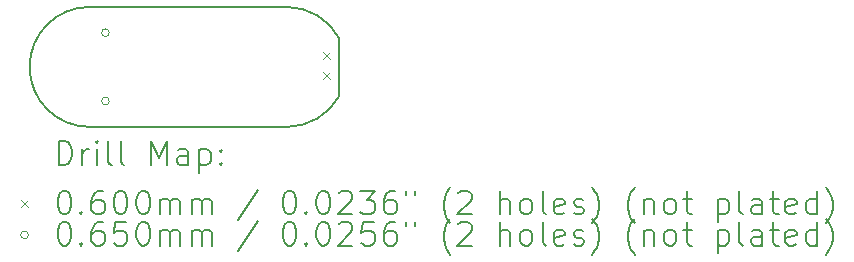
<source format=gbr>
%FSLAX45Y45*%
G04 Gerber Fmt 4.5, Leading zero omitted, Abs format (unit mm)*
G04 Created by KiCad (PCBNEW (6.0.5)) date 2022-09-22 00:28:23*
%MOMM*%
%LPD*%
G01*
G04 APERTURE LIST*
%TA.AperFunction,Profile*%
%ADD10C,0.203200*%
%TD*%
%ADD11C,0.200000*%
%ADD12C,0.060000*%
%ADD13C,0.065000*%
G04 APERTURE END LIST*
D10*
X401320Y508000D02*
G75*
G03*
X401320Y-508000I0J-508000D01*
G01*
X2516590Y238762D02*
G75*
G03*
X2069546Y508000I-447010J-236462D01*
G01*
X2516586Y238760D02*
X2516586Y-243840D01*
X401320Y-508000D02*
X2069546Y-508000D01*
X401320Y508000D02*
X2069546Y508000D01*
X2069546Y-507996D02*
G75*
G03*
X2516586Y-243840I54J510256D01*
G01*
D11*
D12*
X2377920Y123800D02*
X2437920Y63800D01*
X2437920Y123800D02*
X2377920Y63800D01*
X2377920Y-46200D02*
X2437920Y-106200D01*
X2437920Y-46200D02*
X2377920Y-106200D01*
D13*
X567320Y289000D02*
G75*
G03*
X567320Y289000I-32500J0D01*
G01*
X567320Y-289000D02*
G75*
G03*
X567320Y-289000I-32500J0D01*
G01*
D11*
X140779Y-828636D02*
X140779Y-628636D01*
X188398Y-628636D01*
X216969Y-638160D01*
X236017Y-657208D01*
X245541Y-676255D01*
X255065Y-714350D01*
X255065Y-742922D01*
X245541Y-781017D01*
X236017Y-800065D01*
X216969Y-819112D01*
X188398Y-828636D01*
X140779Y-828636D01*
X340779Y-828636D02*
X340779Y-695303D01*
X340779Y-733398D02*
X350303Y-714350D01*
X359827Y-704827D01*
X378874Y-695303D01*
X397922Y-695303D01*
X464588Y-828636D02*
X464588Y-695303D01*
X464588Y-628636D02*
X455065Y-638160D01*
X464588Y-647684D01*
X474112Y-638160D01*
X464588Y-628636D01*
X464588Y-647684D01*
X588398Y-828636D02*
X569350Y-819112D01*
X559827Y-800065D01*
X559827Y-628636D01*
X693160Y-828636D02*
X674112Y-819112D01*
X664589Y-800065D01*
X664589Y-628636D01*
X921731Y-828636D02*
X921731Y-628636D01*
X988398Y-771493D01*
X1055065Y-628636D01*
X1055065Y-828636D01*
X1236017Y-828636D02*
X1236017Y-723874D01*
X1226493Y-704827D01*
X1207446Y-695303D01*
X1169350Y-695303D01*
X1150303Y-704827D01*
X1236017Y-819112D02*
X1216970Y-828636D01*
X1169350Y-828636D01*
X1150303Y-819112D01*
X1140779Y-800065D01*
X1140779Y-781017D01*
X1150303Y-761969D01*
X1169350Y-752446D01*
X1216970Y-752446D01*
X1236017Y-742922D01*
X1331255Y-695303D02*
X1331255Y-895303D01*
X1331255Y-704827D02*
X1350303Y-695303D01*
X1388398Y-695303D01*
X1407446Y-704827D01*
X1416969Y-714350D01*
X1426493Y-733398D01*
X1426493Y-790541D01*
X1416969Y-809588D01*
X1407446Y-819112D01*
X1388398Y-828636D01*
X1350303Y-828636D01*
X1331255Y-819112D01*
X1512208Y-809588D02*
X1521731Y-819112D01*
X1512208Y-828636D01*
X1502684Y-819112D01*
X1512208Y-809588D01*
X1512208Y-828636D01*
X1512208Y-704827D02*
X1521731Y-714350D01*
X1512208Y-723874D01*
X1502684Y-714350D01*
X1512208Y-704827D01*
X1512208Y-723874D01*
D12*
X-176840Y-1128160D02*
X-116840Y-1188160D01*
X-116840Y-1128160D02*
X-176840Y-1188160D01*
D11*
X178874Y-1048636D02*
X197922Y-1048636D01*
X216969Y-1058160D01*
X226493Y-1067684D01*
X236017Y-1086731D01*
X245541Y-1124827D01*
X245541Y-1172446D01*
X236017Y-1210541D01*
X226493Y-1229589D01*
X216969Y-1239112D01*
X197922Y-1248636D01*
X178874Y-1248636D01*
X159827Y-1239112D01*
X150303Y-1229589D01*
X140779Y-1210541D01*
X131255Y-1172446D01*
X131255Y-1124827D01*
X140779Y-1086731D01*
X150303Y-1067684D01*
X159827Y-1058160D01*
X178874Y-1048636D01*
X331255Y-1229589D02*
X340779Y-1239112D01*
X331255Y-1248636D01*
X321731Y-1239112D01*
X331255Y-1229589D01*
X331255Y-1248636D01*
X512208Y-1048636D02*
X474112Y-1048636D01*
X455065Y-1058160D01*
X445541Y-1067684D01*
X426493Y-1096255D01*
X416969Y-1134350D01*
X416969Y-1210541D01*
X426493Y-1229589D01*
X436017Y-1239112D01*
X455065Y-1248636D01*
X493160Y-1248636D01*
X512208Y-1239112D01*
X521731Y-1229589D01*
X531255Y-1210541D01*
X531255Y-1162922D01*
X521731Y-1143874D01*
X512208Y-1134350D01*
X493160Y-1124827D01*
X455065Y-1124827D01*
X436017Y-1134350D01*
X426493Y-1143874D01*
X416969Y-1162922D01*
X655065Y-1048636D02*
X674112Y-1048636D01*
X693160Y-1058160D01*
X702684Y-1067684D01*
X712208Y-1086731D01*
X721731Y-1124827D01*
X721731Y-1172446D01*
X712208Y-1210541D01*
X702684Y-1229589D01*
X693160Y-1239112D01*
X674112Y-1248636D01*
X655065Y-1248636D01*
X636017Y-1239112D01*
X626493Y-1229589D01*
X616970Y-1210541D01*
X607446Y-1172446D01*
X607446Y-1124827D01*
X616970Y-1086731D01*
X626493Y-1067684D01*
X636017Y-1058160D01*
X655065Y-1048636D01*
X845541Y-1048636D02*
X864588Y-1048636D01*
X883636Y-1058160D01*
X893160Y-1067684D01*
X902684Y-1086731D01*
X912208Y-1124827D01*
X912208Y-1172446D01*
X902684Y-1210541D01*
X893160Y-1229589D01*
X883636Y-1239112D01*
X864588Y-1248636D01*
X845541Y-1248636D01*
X826493Y-1239112D01*
X816969Y-1229589D01*
X807446Y-1210541D01*
X797922Y-1172446D01*
X797922Y-1124827D01*
X807446Y-1086731D01*
X816969Y-1067684D01*
X826493Y-1058160D01*
X845541Y-1048636D01*
X997922Y-1248636D02*
X997922Y-1115303D01*
X997922Y-1134350D02*
X1007446Y-1124827D01*
X1026493Y-1115303D01*
X1055065Y-1115303D01*
X1074112Y-1124827D01*
X1083636Y-1143874D01*
X1083636Y-1248636D01*
X1083636Y-1143874D02*
X1093160Y-1124827D01*
X1112208Y-1115303D01*
X1140779Y-1115303D01*
X1159827Y-1124827D01*
X1169350Y-1143874D01*
X1169350Y-1248636D01*
X1264589Y-1248636D02*
X1264589Y-1115303D01*
X1264589Y-1134350D02*
X1274112Y-1124827D01*
X1293160Y-1115303D01*
X1321731Y-1115303D01*
X1340779Y-1124827D01*
X1350303Y-1143874D01*
X1350303Y-1248636D01*
X1350303Y-1143874D02*
X1359827Y-1124827D01*
X1378874Y-1115303D01*
X1407446Y-1115303D01*
X1426493Y-1124827D01*
X1436017Y-1143874D01*
X1436017Y-1248636D01*
X1826493Y-1039112D02*
X1655065Y-1296255D01*
X2083636Y-1048636D02*
X2102684Y-1048636D01*
X2121731Y-1058160D01*
X2131255Y-1067684D01*
X2140779Y-1086731D01*
X2150303Y-1124827D01*
X2150303Y-1172446D01*
X2140779Y-1210541D01*
X2131255Y-1229589D01*
X2121731Y-1239112D01*
X2102684Y-1248636D01*
X2083636Y-1248636D01*
X2064588Y-1239112D01*
X2055065Y-1229589D01*
X2045541Y-1210541D01*
X2036017Y-1172446D01*
X2036017Y-1124827D01*
X2045541Y-1086731D01*
X2055065Y-1067684D01*
X2064588Y-1058160D01*
X2083636Y-1048636D01*
X2236017Y-1229589D02*
X2245541Y-1239112D01*
X2236017Y-1248636D01*
X2226493Y-1239112D01*
X2236017Y-1229589D01*
X2236017Y-1248636D01*
X2369350Y-1048636D02*
X2388398Y-1048636D01*
X2407446Y-1058160D01*
X2416970Y-1067684D01*
X2426493Y-1086731D01*
X2436017Y-1124827D01*
X2436017Y-1172446D01*
X2426493Y-1210541D01*
X2416970Y-1229589D01*
X2407446Y-1239112D01*
X2388398Y-1248636D01*
X2369350Y-1248636D01*
X2350303Y-1239112D01*
X2340779Y-1229589D01*
X2331255Y-1210541D01*
X2321731Y-1172446D01*
X2321731Y-1124827D01*
X2331255Y-1086731D01*
X2340779Y-1067684D01*
X2350303Y-1058160D01*
X2369350Y-1048636D01*
X2512208Y-1067684D02*
X2521731Y-1058160D01*
X2540779Y-1048636D01*
X2588398Y-1048636D01*
X2607446Y-1058160D01*
X2616970Y-1067684D01*
X2626493Y-1086731D01*
X2626493Y-1105779D01*
X2616970Y-1134350D01*
X2502684Y-1248636D01*
X2626493Y-1248636D01*
X2693160Y-1048636D02*
X2816969Y-1048636D01*
X2750303Y-1124827D01*
X2778874Y-1124827D01*
X2797922Y-1134350D01*
X2807446Y-1143874D01*
X2816969Y-1162922D01*
X2816969Y-1210541D01*
X2807446Y-1229589D01*
X2797922Y-1239112D01*
X2778874Y-1248636D01*
X2721731Y-1248636D01*
X2702684Y-1239112D01*
X2693160Y-1229589D01*
X2988398Y-1048636D02*
X2950303Y-1048636D01*
X2931255Y-1058160D01*
X2921731Y-1067684D01*
X2902684Y-1096255D01*
X2893160Y-1134350D01*
X2893160Y-1210541D01*
X2902684Y-1229589D01*
X2912208Y-1239112D01*
X2931255Y-1248636D01*
X2969350Y-1248636D01*
X2988398Y-1239112D01*
X2997922Y-1229589D01*
X3007446Y-1210541D01*
X3007446Y-1162922D01*
X2997922Y-1143874D01*
X2988398Y-1134350D01*
X2969350Y-1124827D01*
X2931255Y-1124827D01*
X2912208Y-1134350D01*
X2902684Y-1143874D01*
X2893160Y-1162922D01*
X3083636Y-1048636D02*
X3083636Y-1086731D01*
X3159827Y-1048636D02*
X3159827Y-1086731D01*
X3455065Y-1324827D02*
X3445541Y-1315303D01*
X3426493Y-1286731D01*
X3416969Y-1267684D01*
X3407446Y-1239112D01*
X3397922Y-1191493D01*
X3397922Y-1153398D01*
X3407446Y-1105779D01*
X3416969Y-1077208D01*
X3426493Y-1058160D01*
X3445541Y-1029588D01*
X3455065Y-1020065D01*
X3521731Y-1067684D02*
X3531255Y-1058160D01*
X3550303Y-1048636D01*
X3597922Y-1048636D01*
X3616969Y-1058160D01*
X3626493Y-1067684D01*
X3636017Y-1086731D01*
X3636017Y-1105779D01*
X3626493Y-1134350D01*
X3512208Y-1248636D01*
X3636017Y-1248636D01*
X3874112Y-1248636D02*
X3874112Y-1048636D01*
X3959827Y-1248636D02*
X3959827Y-1143874D01*
X3950303Y-1124827D01*
X3931255Y-1115303D01*
X3902684Y-1115303D01*
X3883636Y-1124827D01*
X3874112Y-1134350D01*
X4083636Y-1248636D02*
X4064588Y-1239112D01*
X4055065Y-1229589D01*
X4045541Y-1210541D01*
X4045541Y-1153398D01*
X4055065Y-1134350D01*
X4064588Y-1124827D01*
X4083636Y-1115303D01*
X4112208Y-1115303D01*
X4131255Y-1124827D01*
X4140779Y-1134350D01*
X4150303Y-1153398D01*
X4150303Y-1210541D01*
X4140779Y-1229589D01*
X4131255Y-1239112D01*
X4112208Y-1248636D01*
X4083636Y-1248636D01*
X4264589Y-1248636D02*
X4245541Y-1239112D01*
X4236017Y-1220065D01*
X4236017Y-1048636D01*
X4416970Y-1239112D02*
X4397922Y-1248636D01*
X4359827Y-1248636D01*
X4340779Y-1239112D01*
X4331255Y-1220065D01*
X4331255Y-1143874D01*
X4340779Y-1124827D01*
X4359827Y-1115303D01*
X4397922Y-1115303D01*
X4416970Y-1124827D01*
X4426493Y-1143874D01*
X4426493Y-1162922D01*
X4331255Y-1181970D01*
X4502684Y-1239112D02*
X4521731Y-1248636D01*
X4559827Y-1248636D01*
X4578874Y-1239112D01*
X4588398Y-1220065D01*
X4588398Y-1210541D01*
X4578874Y-1191493D01*
X4559827Y-1181970D01*
X4531255Y-1181970D01*
X4512208Y-1172446D01*
X4502684Y-1153398D01*
X4502684Y-1143874D01*
X4512208Y-1124827D01*
X4531255Y-1115303D01*
X4559827Y-1115303D01*
X4578874Y-1124827D01*
X4655065Y-1324827D02*
X4664589Y-1315303D01*
X4683636Y-1286731D01*
X4693160Y-1267684D01*
X4702684Y-1239112D01*
X4712208Y-1191493D01*
X4712208Y-1153398D01*
X4702684Y-1105779D01*
X4693160Y-1077208D01*
X4683636Y-1058160D01*
X4664589Y-1029588D01*
X4655065Y-1020065D01*
X5016970Y-1324827D02*
X5007446Y-1315303D01*
X4988398Y-1286731D01*
X4978874Y-1267684D01*
X4969350Y-1239112D01*
X4959827Y-1191493D01*
X4959827Y-1153398D01*
X4969350Y-1105779D01*
X4978874Y-1077208D01*
X4988398Y-1058160D01*
X5007446Y-1029588D01*
X5016970Y-1020065D01*
X5093160Y-1115303D02*
X5093160Y-1248636D01*
X5093160Y-1134350D02*
X5102684Y-1124827D01*
X5121731Y-1115303D01*
X5150303Y-1115303D01*
X5169350Y-1124827D01*
X5178874Y-1143874D01*
X5178874Y-1248636D01*
X5302684Y-1248636D02*
X5283636Y-1239112D01*
X5274112Y-1229589D01*
X5264589Y-1210541D01*
X5264589Y-1153398D01*
X5274112Y-1134350D01*
X5283636Y-1124827D01*
X5302684Y-1115303D01*
X5331255Y-1115303D01*
X5350303Y-1124827D01*
X5359827Y-1134350D01*
X5369350Y-1153398D01*
X5369350Y-1210541D01*
X5359827Y-1229589D01*
X5350303Y-1239112D01*
X5331255Y-1248636D01*
X5302684Y-1248636D01*
X5426493Y-1115303D02*
X5502684Y-1115303D01*
X5455065Y-1048636D02*
X5455065Y-1220065D01*
X5464589Y-1239112D01*
X5483636Y-1248636D01*
X5502684Y-1248636D01*
X5721731Y-1115303D02*
X5721731Y-1315303D01*
X5721731Y-1124827D02*
X5740779Y-1115303D01*
X5778874Y-1115303D01*
X5797922Y-1124827D01*
X5807446Y-1134350D01*
X5816969Y-1153398D01*
X5816969Y-1210541D01*
X5807446Y-1229589D01*
X5797922Y-1239112D01*
X5778874Y-1248636D01*
X5740779Y-1248636D01*
X5721731Y-1239112D01*
X5931255Y-1248636D02*
X5912208Y-1239112D01*
X5902684Y-1220065D01*
X5902684Y-1048636D01*
X6093160Y-1248636D02*
X6093160Y-1143874D01*
X6083636Y-1124827D01*
X6064588Y-1115303D01*
X6026493Y-1115303D01*
X6007446Y-1124827D01*
X6093160Y-1239112D02*
X6074112Y-1248636D01*
X6026493Y-1248636D01*
X6007446Y-1239112D01*
X5997922Y-1220065D01*
X5997922Y-1201017D01*
X6007446Y-1181970D01*
X6026493Y-1172446D01*
X6074112Y-1172446D01*
X6093160Y-1162922D01*
X6159827Y-1115303D02*
X6236017Y-1115303D01*
X6188398Y-1048636D02*
X6188398Y-1220065D01*
X6197922Y-1239112D01*
X6216969Y-1248636D01*
X6236017Y-1248636D01*
X6378874Y-1239112D02*
X6359827Y-1248636D01*
X6321731Y-1248636D01*
X6302684Y-1239112D01*
X6293160Y-1220065D01*
X6293160Y-1143874D01*
X6302684Y-1124827D01*
X6321731Y-1115303D01*
X6359827Y-1115303D01*
X6378874Y-1124827D01*
X6388398Y-1143874D01*
X6388398Y-1162922D01*
X6293160Y-1181970D01*
X6559827Y-1248636D02*
X6559827Y-1048636D01*
X6559827Y-1239112D02*
X6540779Y-1248636D01*
X6502684Y-1248636D01*
X6483636Y-1239112D01*
X6474112Y-1229589D01*
X6464588Y-1210541D01*
X6464588Y-1153398D01*
X6474112Y-1134350D01*
X6483636Y-1124827D01*
X6502684Y-1115303D01*
X6540779Y-1115303D01*
X6559827Y-1124827D01*
X6636017Y-1324827D02*
X6645541Y-1315303D01*
X6664588Y-1286731D01*
X6674112Y-1267684D01*
X6683636Y-1239112D01*
X6693160Y-1191493D01*
X6693160Y-1153398D01*
X6683636Y-1105779D01*
X6674112Y-1077208D01*
X6664588Y-1058160D01*
X6645541Y-1029588D01*
X6636017Y-1020065D01*
D13*
X-116840Y-1422160D02*
G75*
G03*
X-116840Y-1422160I-32500J0D01*
G01*
D11*
X178874Y-1312636D02*
X197922Y-1312636D01*
X216969Y-1322160D01*
X226493Y-1331684D01*
X236017Y-1350731D01*
X245541Y-1388827D01*
X245541Y-1436446D01*
X236017Y-1474541D01*
X226493Y-1493588D01*
X216969Y-1503112D01*
X197922Y-1512636D01*
X178874Y-1512636D01*
X159827Y-1503112D01*
X150303Y-1493588D01*
X140779Y-1474541D01*
X131255Y-1436446D01*
X131255Y-1388827D01*
X140779Y-1350731D01*
X150303Y-1331684D01*
X159827Y-1322160D01*
X178874Y-1312636D01*
X331255Y-1493588D02*
X340779Y-1503112D01*
X331255Y-1512636D01*
X321731Y-1503112D01*
X331255Y-1493588D01*
X331255Y-1512636D01*
X512208Y-1312636D02*
X474112Y-1312636D01*
X455065Y-1322160D01*
X445541Y-1331684D01*
X426493Y-1360255D01*
X416969Y-1398350D01*
X416969Y-1474541D01*
X426493Y-1493588D01*
X436017Y-1503112D01*
X455065Y-1512636D01*
X493160Y-1512636D01*
X512208Y-1503112D01*
X521731Y-1493588D01*
X531255Y-1474541D01*
X531255Y-1426922D01*
X521731Y-1407874D01*
X512208Y-1398350D01*
X493160Y-1388827D01*
X455065Y-1388827D01*
X436017Y-1398350D01*
X426493Y-1407874D01*
X416969Y-1426922D01*
X712208Y-1312636D02*
X616970Y-1312636D01*
X607446Y-1407874D01*
X616970Y-1398350D01*
X636017Y-1388827D01*
X683636Y-1388827D01*
X702684Y-1398350D01*
X712208Y-1407874D01*
X721731Y-1426922D01*
X721731Y-1474541D01*
X712208Y-1493588D01*
X702684Y-1503112D01*
X683636Y-1512636D01*
X636017Y-1512636D01*
X616970Y-1503112D01*
X607446Y-1493588D01*
X845541Y-1312636D02*
X864588Y-1312636D01*
X883636Y-1322160D01*
X893160Y-1331684D01*
X902684Y-1350731D01*
X912208Y-1388827D01*
X912208Y-1436446D01*
X902684Y-1474541D01*
X893160Y-1493588D01*
X883636Y-1503112D01*
X864588Y-1512636D01*
X845541Y-1512636D01*
X826493Y-1503112D01*
X816969Y-1493588D01*
X807446Y-1474541D01*
X797922Y-1436446D01*
X797922Y-1388827D01*
X807446Y-1350731D01*
X816969Y-1331684D01*
X826493Y-1322160D01*
X845541Y-1312636D01*
X997922Y-1512636D02*
X997922Y-1379303D01*
X997922Y-1398350D02*
X1007446Y-1388827D01*
X1026493Y-1379303D01*
X1055065Y-1379303D01*
X1074112Y-1388827D01*
X1083636Y-1407874D01*
X1083636Y-1512636D01*
X1083636Y-1407874D02*
X1093160Y-1388827D01*
X1112208Y-1379303D01*
X1140779Y-1379303D01*
X1159827Y-1388827D01*
X1169350Y-1407874D01*
X1169350Y-1512636D01*
X1264589Y-1512636D02*
X1264589Y-1379303D01*
X1264589Y-1398350D02*
X1274112Y-1388827D01*
X1293160Y-1379303D01*
X1321731Y-1379303D01*
X1340779Y-1388827D01*
X1350303Y-1407874D01*
X1350303Y-1512636D01*
X1350303Y-1407874D02*
X1359827Y-1388827D01*
X1378874Y-1379303D01*
X1407446Y-1379303D01*
X1426493Y-1388827D01*
X1436017Y-1407874D01*
X1436017Y-1512636D01*
X1826493Y-1303112D02*
X1655065Y-1560255D01*
X2083636Y-1312636D02*
X2102684Y-1312636D01*
X2121731Y-1322160D01*
X2131255Y-1331684D01*
X2140779Y-1350731D01*
X2150303Y-1388827D01*
X2150303Y-1436446D01*
X2140779Y-1474541D01*
X2131255Y-1493588D01*
X2121731Y-1503112D01*
X2102684Y-1512636D01*
X2083636Y-1512636D01*
X2064588Y-1503112D01*
X2055065Y-1493588D01*
X2045541Y-1474541D01*
X2036017Y-1436446D01*
X2036017Y-1388827D01*
X2045541Y-1350731D01*
X2055065Y-1331684D01*
X2064588Y-1322160D01*
X2083636Y-1312636D01*
X2236017Y-1493588D02*
X2245541Y-1503112D01*
X2236017Y-1512636D01*
X2226493Y-1503112D01*
X2236017Y-1493588D01*
X2236017Y-1512636D01*
X2369350Y-1312636D02*
X2388398Y-1312636D01*
X2407446Y-1322160D01*
X2416970Y-1331684D01*
X2426493Y-1350731D01*
X2436017Y-1388827D01*
X2436017Y-1436446D01*
X2426493Y-1474541D01*
X2416970Y-1493588D01*
X2407446Y-1503112D01*
X2388398Y-1512636D01*
X2369350Y-1512636D01*
X2350303Y-1503112D01*
X2340779Y-1493588D01*
X2331255Y-1474541D01*
X2321731Y-1436446D01*
X2321731Y-1388827D01*
X2331255Y-1350731D01*
X2340779Y-1331684D01*
X2350303Y-1322160D01*
X2369350Y-1312636D01*
X2512208Y-1331684D02*
X2521731Y-1322160D01*
X2540779Y-1312636D01*
X2588398Y-1312636D01*
X2607446Y-1322160D01*
X2616970Y-1331684D01*
X2626493Y-1350731D01*
X2626493Y-1369779D01*
X2616970Y-1398350D01*
X2502684Y-1512636D01*
X2626493Y-1512636D01*
X2807446Y-1312636D02*
X2712208Y-1312636D01*
X2702684Y-1407874D01*
X2712208Y-1398350D01*
X2731255Y-1388827D01*
X2778874Y-1388827D01*
X2797922Y-1398350D01*
X2807446Y-1407874D01*
X2816969Y-1426922D01*
X2816969Y-1474541D01*
X2807446Y-1493588D01*
X2797922Y-1503112D01*
X2778874Y-1512636D01*
X2731255Y-1512636D01*
X2712208Y-1503112D01*
X2702684Y-1493588D01*
X2988398Y-1312636D02*
X2950303Y-1312636D01*
X2931255Y-1322160D01*
X2921731Y-1331684D01*
X2902684Y-1360255D01*
X2893160Y-1398350D01*
X2893160Y-1474541D01*
X2902684Y-1493588D01*
X2912208Y-1503112D01*
X2931255Y-1512636D01*
X2969350Y-1512636D01*
X2988398Y-1503112D01*
X2997922Y-1493588D01*
X3007446Y-1474541D01*
X3007446Y-1426922D01*
X2997922Y-1407874D01*
X2988398Y-1398350D01*
X2969350Y-1388827D01*
X2931255Y-1388827D01*
X2912208Y-1398350D01*
X2902684Y-1407874D01*
X2893160Y-1426922D01*
X3083636Y-1312636D02*
X3083636Y-1350731D01*
X3159827Y-1312636D02*
X3159827Y-1350731D01*
X3455065Y-1588827D02*
X3445541Y-1579303D01*
X3426493Y-1550731D01*
X3416969Y-1531684D01*
X3407446Y-1503112D01*
X3397922Y-1455493D01*
X3397922Y-1417398D01*
X3407446Y-1369779D01*
X3416969Y-1341208D01*
X3426493Y-1322160D01*
X3445541Y-1293589D01*
X3455065Y-1284065D01*
X3521731Y-1331684D02*
X3531255Y-1322160D01*
X3550303Y-1312636D01*
X3597922Y-1312636D01*
X3616969Y-1322160D01*
X3626493Y-1331684D01*
X3636017Y-1350731D01*
X3636017Y-1369779D01*
X3626493Y-1398350D01*
X3512208Y-1512636D01*
X3636017Y-1512636D01*
X3874112Y-1512636D02*
X3874112Y-1312636D01*
X3959827Y-1512636D02*
X3959827Y-1407874D01*
X3950303Y-1388827D01*
X3931255Y-1379303D01*
X3902684Y-1379303D01*
X3883636Y-1388827D01*
X3874112Y-1398350D01*
X4083636Y-1512636D02*
X4064588Y-1503112D01*
X4055065Y-1493588D01*
X4045541Y-1474541D01*
X4045541Y-1417398D01*
X4055065Y-1398350D01*
X4064588Y-1388827D01*
X4083636Y-1379303D01*
X4112208Y-1379303D01*
X4131255Y-1388827D01*
X4140779Y-1398350D01*
X4150303Y-1417398D01*
X4150303Y-1474541D01*
X4140779Y-1493588D01*
X4131255Y-1503112D01*
X4112208Y-1512636D01*
X4083636Y-1512636D01*
X4264589Y-1512636D02*
X4245541Y-1503112D01*
X4236017Y-1484065D01*
X4236017Y-1312636D01*
X4416970Y-1503112D02*
X4397922Y-1512636D01*
X4359827Y-1512636D01*
X4340779Y-1503112D01*
X4331255Y-1484065D01*
X4331255Y-1407874D01*
X4340779Y-1388827D01*
X4359827Y-1379303D01*
X4397922Y-1379303D01*
X4416970Y-1388827D01*
X4426493Y-1407874D01*
X4426493Y-1426922D01*
X4331255Y-1445969D01*
X4502684Y-1503112D02*
X4521731Y-1512636D01*
X4559827Y-1512636D01*
X4578874Y-1503112D01*
X4588398Y-1484065D01*
X4588398Y-1474541D01*
X4578874Y-1455493D01*
X4559827Y-1445969D01*
X4531255Y-1445969D01*
X4512208Y-1436446D01*
X4502684Y-1417398D01*
X4502684Y-1407874D01*
X4512208Y-1388827D01*
X4531255Y-1379303D01*
X4559827Y-1379303D01*
X4578874Y-1388827D01*
X4655065Y-1588827D02*
X4664589Y-1579303D01*
X4683636Y-1550731D01*
X4693160Y-1531684D01*
X4702684Y-1503112D01*
X4712208Y-1455493D01*
X4712208Y-1417398D01*
X4702684Y-1369779D01*
X4693160Y-1341208D01*
X4683636Y-1322160D01*
X4664589Y-1293589D01*
X4655065Y-1284065D01*
X5016970Y-1588827D02*
X5007446Y-1579303D01*
X4988398Y-1550731D01*
X4978874Y-1531684D01*
X4969350Y-1503112D01*
X4959827Y-1455493D01*
X4959827Y-1417398D01*
X4969350Y-1369779D01*
X4978874Y-1341208D01*
X4988398Y-1322160D01*
X5007446Y-1293589D01*
X5016970Y-1284065D01*
X5093160Y-1379303D02*
X5093160Y-1512636D01*
X5093160Y-1398350D02*
X5102684Y-1388827D01*
X5121731Y-1379303D01*
X5150303Y-1379303D01*
X5169350Y-1388827D01*
X5178874Y-1407874D01*
X5178874Y-1512636D01*
X5302684Y-1512636D02*
X5283636Y-1503112D01*
X5274112Y-1493588D01*
X5264589Y-1474541D01*
X5264589Y-1417398D01*
X5274112Y-1398350D01*
X5283636Y-1388827D01*
X5302684Y-1379303D01*
X5331255Y-1379303D01*
X5350303Y-1388827D01*
X5359827Y-1398350D01*
X5369350Y-1417398D01*
X5369350Y-1474541D01*
X5359827Y-1493588D01*
X5350303Y-1503112D01*
X5331255Y-1512636D01*
X5302684Y-1512636D01*
X5426493Y-1379303D02*
X5502684Y-1379303D01*
X5455065Y-1312636D02*
X5455065Y-1484065D01*
X5464589Y-1503112D01*
X5483636Y-1512636D01*
X5502684Y-1512636D01*
X5721731Y-1379303D02*
X5721731Y-1579303D01*
X5721731Y-1388827D02*
X5740779Y-1379303D01*
X5778874Y-1379303D01*
X5797922Y-1388827D01*
X5807446Y-1398350D01*
X5816969Y-1417398D01*
X5816969Y-1474541D01*
X5807446Y-1493588D01*
X5797922Y-1503112D01*
X5778874Y-1512636D01*
X5740779Y-1512636D01*
X5721731Y-1503112D01*
X5931255Y-1512636D02*
X5912208Y-1503112D01*
X5902684Y-1484065D01*
X5902684Y-1312636D01*
X6093160Y-1512636D02*
X6093160Y-1407874D01*
X6083636Y-1388827D01*
X6064588Y-1379303D01*
X6026493Y-1379303D01*
X6007446Y-1388827D01*
X6093160Y-1503112D02*
X6074112Y-1512636D01*
X6026493Y-1512636D01*
X6007446Y-1503112D01*
X5997922Y-1484065D01*
X5997922Y-1465017D01*
X6007446Y-1445969D01*
X6026493Y-1436446D01*
X6074112Y-1436446D01*
X6093160Y-1426922D01*
X6159827Y-1379303D02*
X6236017Y-1379303D01*
X6188398Y-1312636D02*
X6188398Y-1484065D01*
X6197922Y-1503112D01*
X6216969Y-1512636D01*
X6236017Y-1512636D01*
X6378874Y-1503112D02*
X6359827Y-1512636D01*
X6321731Y-1512636D01*
X6302684Y-1503112D01*
X6293160Y-1484065D01*
X6293160Y-1407874D01*
X6302684Y-1388827D01*
X6321731Y-1379303D01*
X6359827Y-1379303D01*
X6378874Y-1388827D01*
X6388398Y-1407874D01*
X6388398Y-1426922D01*
X6293160Y-1445969D01*
X6559827Y-1512636D02*
X6559827Y-1312636D01*
X6559827Y-1503112D02*
X6540779Y-1512636D01*
X6502684Y-1512636D01*
X6483636Y-1503112D01*
X6474112Y-1493588D01*
X6464588Y-1474541D01*
X6464588Y-1417398D01*
X6474112Y-1398350D01*
X6483636Y-1388827D01*
X6502684Y-1379303D01*
X6540779Y-1379303D01*
X6559827Y-1388827D01*
X6636017Y-1588827D02*
X6645541Y-1579303D01*
X6664588Y-1550731D01*
X6674112Y-1531684D01*
X6683636Y-1503112D01*
X6693160Y-1455493D01*
X6693160Y-1417398D01*
X6683636Y-1369779D01*
X6674112Y-1341208D01*
X6664588Y-1322160D01*
X6645541Y-1293589D01*
X6636017Y-1284065D01*
M02*

</source>
